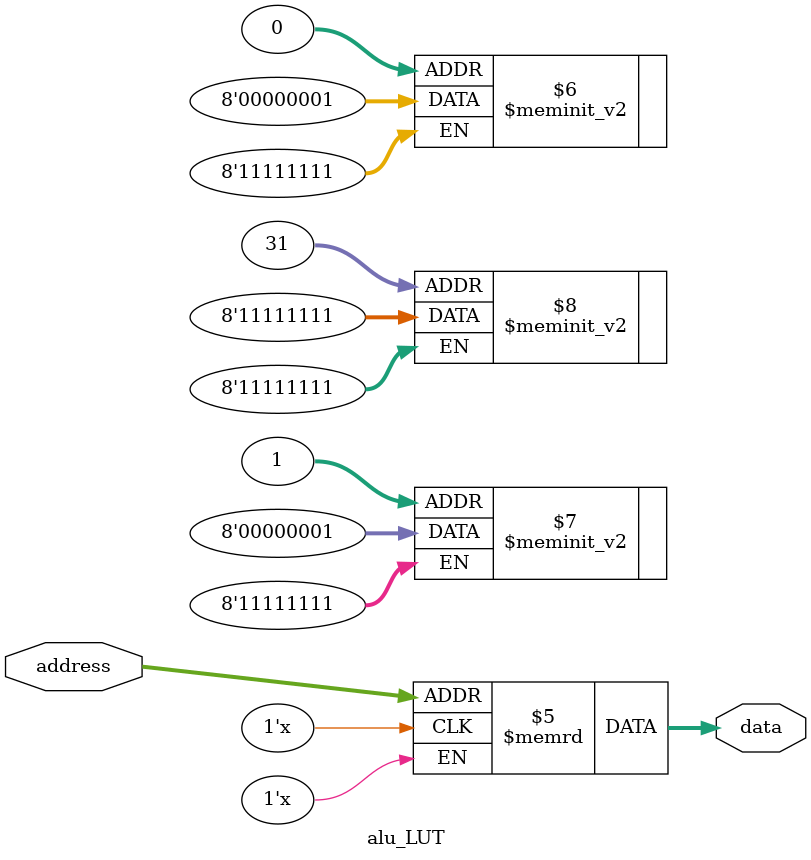
<source format=sv>
module alu_LUT (
  input [4:0] address,
  output logic [7:0] data
);

  logic [7:0] lut [0:31];

  initial begin
    lut[0] = 1;
    lut[1] = 8'b00000001;
    // ...
    lut[31] = 8'b11111111;
  end

  always_comb begin
    data = lut[address];
  end

endmodule

</source>
